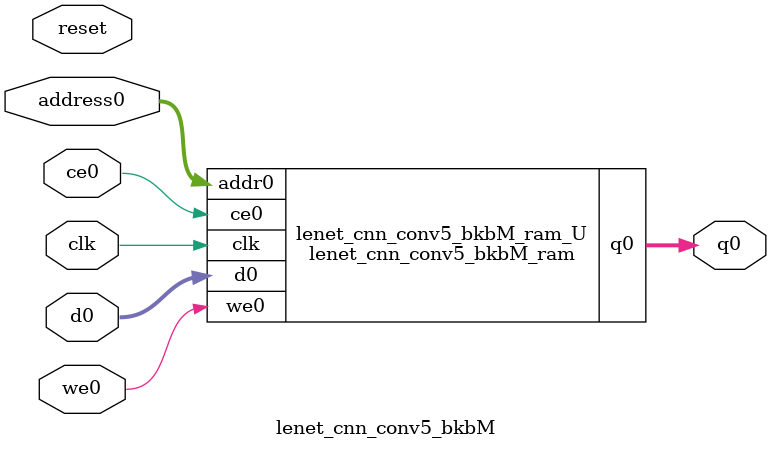
<source format=v>
`timescale 1 ns / 1 ps
module lenet_cnn_conv5_bkbM_ram (addr0, ce0, d0, we0, q0,  clk);

parameter DWIDTH = 32;
parameter AWIDTH = 7;
parameter MEM_SIZE = 120;

input[AWIDTH-1:0] addr0;
input ce0;
input[DWIDTH-1:0] d0;
input we0;
output reg[DWIDTH-1:0] q0;
input clk;

(* ram_style = "block" *)reg [DWIDTH-1:0] ram[0:MEM_SIZE-1];




always @(posedge clk)  
begin 
    if (ce0) 
    begin
        if (we0) 
        begin 
            ram[addr0] <= d0; 
        end 
        q0 <= ram[addr0];
    end
end


endmodule

`timescale 1 ns / 1 ps
module lenet_cnn_conv5_bkbM(
    reset,
    clk,
    address0,
    ce0,
    we0,
    d0,
    q0);

parameter DataWidth = 32'd32;
parameter AddressRange = 32'd120;
parameter AddressWidth = 32'd7;
input reset;
input clk;
input[AddressWidth - 1:0] address0;
input ce0;
input we0;
input[DataWidth - 1:0] d0;
output[DataWidth - 1:0] q0;



lenet_cnn_conv5_bkbM_ram lenet_cnn_conv5_bkbM_ram_U(
    .clk( clk ),
    .addr0( address0 ),
    .ce0( ce0 ),
    .we0( we0 ),
    .d0( d0 ),
    .q0( q0 ));

endmodule


</source>
